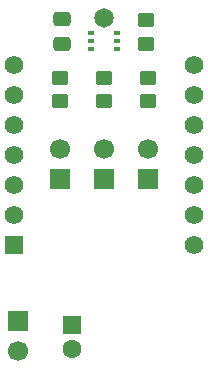
<source format=gbs>
%TF.GenerationSoftware,KiCad,Pcbnew,9.0.4*%
%TF.CreationDate,2025-10-26T13:38:01-07:00*%
%TF.ProjectId,db-collector,64622d63-6f6c-46c6-9563-746f722e6b69,rev?*%
%TF.SameCoordinates,Original*%
%TF.FileFunction,Soldermask,Bot*%
%TF.FilePolarity,Negative*%
%FSLAX46Y46*%
G04 Gerber Fmt 4.6, Leading zero omitted, Abs format (unit mm)*
G04 Created by KiCad (PCBNEW 9.0.4) date 2025-10-26 13:38:01*
%MOMM*%
%LPD*%
G01*
G04 APERTURE LIST*
G04 Aperture macros list*
%AMRoundRect*
0 Rectangle with rounded corners*
0 $1 Rounding radius*
0 $2 $3 $4 $5 $6 $7 $8 $9 X,Y pos of 4 corners*
0 Add a 4 corners polygon primitive as box body*
4,1,4,$2,$3,$4,$5,$6,$7,$8,$9,$2,$3,0*
0 Add four circle primitives for the rounded corners*
1,1,$1+$1,$2,$3*
1,1,$1+$1,$4,$5*
1,1,$1+$1,$6,$7*
1,1,$1+$1,$8,$9*
0 Add four rect primitives between the rounded corners*
20,1,$1+$1,$2,$3,$4,$5,0*
20,1,$1+$1,$4,$5,$6,$7,0*
20,1,$1+$1,$6,$7,$8,$9,0*
20,1,$1+$1,$8,$9,$2,$3,0*%
G04 Aperture macros list end*
%ADD10C,1.562000*%
%ADD11RoundRect,0.102000X-0.679000X-0.679000X0.679000X-0.679000X0.679000X0.679000X-0.679000X0.679000X0*%
%ADD12C,1.700000*%
%ADD13R,1.700000X1.700000*%
%ADD14RoundRect,0.250000X-0.550000X0.550000X-0.550000X-0.550000X0.550000X-0.550000X0.550000X0.550000X0*%
%ADD15C,1.600000*%
%ADD16RoundRect,0.250000X0.450000X-0.350000X0.450000X0.350000X-0.450000X0.350000X-0.450000X-0.350000X0*%
%ADD17RoundRect,0.250000X0.475000X-0.337500X0.475000X0.337500X-0.475000X0.337500X-0.475000X-0.337500X0*%
%ADD18RoundRect,0.250000X-0.450000X0.350000X-0.450000X-0.350000X0.450000X-0.350000X0.450000X0.350000X0*%
%ADD19R,0.600000X0.400000*%
%ADD20C,1.650000*%
G04 APERTURE END LIST*
D10*
%TO.C,U1*%
X147420000Y-83956500D03*
X147420000Y-81416500D03*
X147420000Y-78876500D03*
X147420000Y-76336500D03*
X147420000Y-73796500D03*
X147420000Y-71256500D03*
X147420000Y-68716500D03*
X132180000Y-68716500D03*
X132180000Y-71256500D03*
X132180000Y-73796500D03*
X132180000Y-76336500D03*
X132180000Y-78876500D03*
X132180000Y-81416500D03*
D11*
X132180000Y-83956500D03*
%TD*%
D12*
%TO.C,J1*%
X132500000Y-92965000D03*
D13*
X132500000Y-90425000D03*
%TD*%
D14*
%TO.C,C10*%
X137100000Y-90744888D03*
D15*
X137100000Y-92744888D03*
%TD*%
D16*
%TO.C,R1*%
X143367562Y-66922500D03*
X143367562Y-64922500D03*
%TD*%
D17*
%TO.C,C3*%
X136200000Y-64855000D03*
X136200000Y-66930000D03*
%TD*%
D13*
%TO.C,D3*%
X143500000Y-78375000D03*
D12*
X143500000Y-75835000D03*
%TD*%
D18*
%TO.C,R2*%
X143500000Y-69800000D03*
X143500000Y-71800000D03*
%TD*%
D13*
%TO.C,D2*%
X139800000Y-78375000D03*
D12*
X139800000Y-75835000D03*
%TD*%
D18*
%TO.C,R3*%
X139800000Y-69800000D03*
X139800000Y-71800000D03*
%TD*%
D13*
%TO.C,D1*%
X136100000Y-78375000D03*
D12*
X136100000Y-75835000D03*
%TD*%
D18*
%TO.C,R4*%
X136100000Y-69800000D03*
X136100000Y-71800000D03*
%TD*%
D19*
%TO.C,IC1*%
X138725000Y-67347500D03*
X138725000Y-66697500D03*
X138725000Y-66047500D03*
D20*
X139800000Y-64772500D03*
D19*
X140875000Y-66047500D03*
X140875000Y-66697500D03*
X140875000Y-67347500D03*
%TD*%
M02*

</source>
